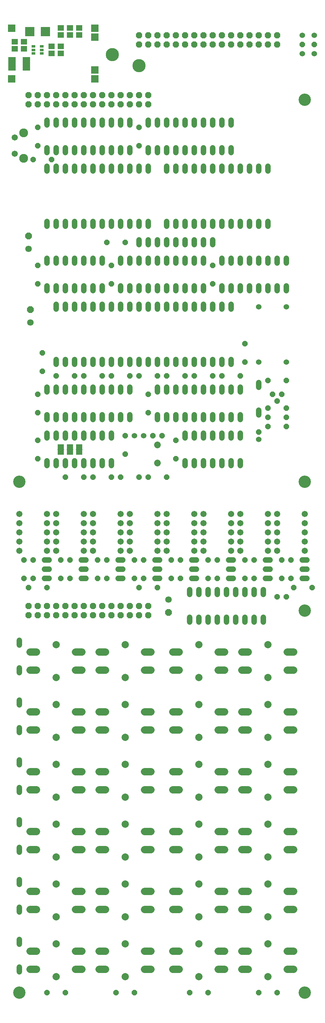
<source format=gbs>
G75*
%MOIN*%
%OFA0B0*%
%FSLAX25Y25*%
%IPPOS*%
%LPD*%
%AMOC8*
5,1,8,0,0,1.08239X$1,22.5*
%
%ADD10C,0.13398*%
%ADD11OC8,0.06000*%
%ADD12C,0.07296*%
%ADD13C,0.06000*%
%ADD14C,0.06000*%
%ADD15OC8,0.06800*%
%ADD16C,0.09658*%
%ADD17C,0.06737*%
%ADD18C,0.07850*%
%ADD19C,0.07900*%
%ADD20C,0.06706*%
%ADD21R,0.08400X0.08400*%
%ADD22R,0.04343X0.03162*%
%ADD23R,0.10249X0.10249*%
%ADD24R,0.07099X0.05918*%
%ADD25R,0.06706X0.05918*%
%ADD26R,0.07887X0.14973*%
%ADD27C,0.14300*%
%ADD28R,0.07100X0.05400*%
%ADD29R,0.07200X0.00600*%
%ADD30OC8,0.07100*%
%ADD31C,0.07100*%
D10*
X0026752Y0016500D03*
X0026752Y0571500D03*
X0336752Y0571500D03*
X0336752Y0431500D03*
X0336752Y0016500D03*
X0336752Y0986500D03*
D11*
X0334256Y1046500D03*
X0347248Y1046500D03*
X0271752Y0721500D03*
X0271752Y0701500D03*
X0266752Y0686500D03*
X0246752Y0686500D03*
X0236752Y0686500D03*
X0216752Y0686500D03*
X0206752Y0686500D03*
X0186752Y0686500D03*
X0176752Y0686500D03*
X0166752Y0666500D03*
X0166752Y0646500D03*
X0171752Y0621500D03*
X0181752Y0621500D03*
X0196752Y0616500D03*
X0196752Y0596500D03*
X0186752Y0576500D03*
X0166752Y0576500D03*
X0156752Y0576500D03*
X0141752Y0601500D03*
X0141752Y0621500D03*
X0136752Y0576500D03*
X0126752Y0576500D03*
X0106752Y0576500D03*
X0096752Y0576500D03*
X0076752Y0576500D03*
X0071752Y0486500D03*
X0071752Y0466500D03*
X0081752Y0466500D03*
X0081752Y0486500D03*
X0056752Y0456500D03*
X0041752Y0466500D03*
X0036752Y0456500D03*
X0031752Y0466500D03*
X0031752Y0486500D03*
X0041752Y0486500D03*
X0046752Y0596500D03*
X0046752Y0616500D03*
X0046752Y0646500D03*
X0046752Y0666500D03*
X0051752Y0691500D03*
X0051752Y0711500D03*
X0066752Y0686500D03*
X0086752Y0686500D03*
X0096752Y0686500D03*
X0116752Y0686500D03*
X0126752Y0686500D03*
X0146752Y0686500D03*
X0156752Y0686500D03*
X0126752Y0786500D03*
X0126752Y0806500D03*
X0121752Y0831500D03*
X0141752Y0831500D03*
X0156752Y0936500D03*
X0156752Y0956500D03*
X0236752Y0806500D03*
X0236752Y0786500D03*
X0286752Y0625500D03*
X0296752Y0631500D03*
X0296752Y0641500D03*
X0296752Y0651500D03*
X0301752Y0666500D03*
X0306752Y0659000D03*
X0311752Y0666500D03*
X0316752Y0651500D03*
X0316752Y0641500D03*
X0316752Y0631500D03*
X0316752Y0681500D03*
X0296752Y0681500D03*
X0281752Y0486500D03*
X0271752Y0486500D03*
X0271752Y0466500D03*
X0281752Y0466500D03*
X0306752Y0446500D03*
X0311752Y0466500D03*
X0311752Y0486500D03*
X0321752Y0486500D03*
X0321752Y0466500D03*
X0324752Y0456500D03*
X0316752Y0446500D03*
X0344752Y0456500D03*
X0241752Y0466500D03*
X0231752Y0466500D03*
X0231752Y0486500D03*
X0241752Y0486500D03*
X0201752Y0486500D03*
X0191752Y0486500D03*
X0191752Y0466500D03*
X0201752Y0466500D03*
X0176752Y0456500D03*
X0161752Y0466500D03*
X0156752Y0456500D03*
X0151752Y0466500D03*
X0151752Y0486500D03*
X0161752Y0486500D03*
X0121752Y0486500D03*
X0121752Y0466500D03*
X0111752Y0466500D03*
X0111752Y0486500D03*
X0046752Y0786500D03*
X0046752Y0806500D03*
X0041752Y0921500D03*
X0046752Y0936500D03*
X0046752Y0956500D03*
X0061752Y0921500D03*
X0056752Y0016500D03*
X0076752Y0016500D03*
X0131752Y0016500D03*
X0151752Y0016500D03*
X0211752Y0016500D03*
X0231752Y0016500D03*
X0286752Y0016500D03*
X0306752Y0016500D03*
D12*
X0176752Y0591657D03*
X0176752Y0611343D03*
D13*
X0161752Y0621500D03*
X0151752Y0621500D03*
X0286752Y0617500D03*
X0286752Y0701500D03*
X0286752Y0761500D03*
X0316752Y0761500D03*
X0316752Y0701500D03*
X0334256Y1036500D03*
X0334256Y1056500D03*
X0347248Y1056500D03*
X0347248Y1036500D03*
D14*
X0296752Y0914100D02*
X0296752Y0908900D01*
X0286752Y0908900D02*
X0286752Y0914100D01*
X0276752Y0914100D02*
X0276752Y0908900D01*
X0266752Y0908900D02*
X0266752Y0914100D01*
X0256752Y0914100D02*
X0256752Y0908900D01*
X0256752Y0928900D02*
X0256752Y0934100D01*
X0246752Y0934100D02*
X0246752Y0928900D01*
X0246752Y0914100D02*
X0246752Y0908900D01*
X0236752Y0908900D02*
X0236752Y0914100D01*
X0236752Y0928900D02*
X0236752Y0934100D01*
X0226752Y0934100D02*
X0226752Y0928900D01*
X0226752Y0914100D02*
X0226752Y0908900D01*
X0216752Y0908900D02*
X0216752Y0914100D01*
X0206752Y0914100D02*
X0206752Y0908900D01*
X0206752Y0928900D02*
X0206752Y0934100D01*
X0216752Y0934100D02*
X0216752Y0928900D01*
X0216752Y0958900D02*
X0216752Y0964100D01*
X0206752Y0964100D02*
X0206752Y0958900D01*
X0196752Y0958900D02*
X0196752Y0964100D01*
X0186752Y0964100D02*
X0186752Y0958900D01*
X0176752Y0958900D02*
X0176752Y0964100D01*
X0166752Y0964100D02*
X0166752Y0958900D01*
X0166752Y0934100D02*
X0166752Y0928900D01*
X0176752Y0928900D02*
X0176752Y0934100D01*
X0166752Y0914100D02*
X0166752Y0908900D01*
X0156752Y0908900D02*
X0156752Y0914100D01*
X0146752Y0914100D02*
X0146752Y0908900D01*
X0146752Y0928900D02*
X0146752Y0934100D01*
X0136752Y0934100D02*
X0136752Y0928900D01*
X0126752Y0928900D02*
X0126752Y0934100D01*
X0126752Y0914100D02*
X0126752Y0908900D01*
X0136752Y0908900D02*
X0136752Y0914100D01*
X0116752Y0914100D02*
X0116752Y0908900D01*
X0116752Y0928900D02*
X0116752Y0934100D01*
X0106752Y0934100D02*
X0106752Y0928900D01*
X0106752Y0914100D02*
X0106752Y0908900D01*
X0096752Y0908900D02*
X0096752Y0914100D01*
X0096752Y0928900D02*
X0096752Y0934100D01*
X0086752Y0934100D02*
X0086752Y0928900D01*
X0076752Y0928900D02*
X0076752Y0934100D01*
X0076752Y0914100D02*
X0076752Y0908900D01*
X0086752Y0908900D02*
X0086752Y0914100D01*
X0066752Y0914100D02*
X0066752Y0908900D01*
X0066752Y0928900D02*
X0066752Y0934100D01*
X0056752Y0934100D02*
X0056752Y0928900D01*
X0056752Y0914100D02*
X0056752Y0908900D01*
X0056752Y0958900D02*
X0056752Y0964100D01*
X0066752Y0964100D02*
X0066752Y0958900D01*
X0076752Y0958900D02*
X0076752Y0964100D01*
X0086752Y0964100D02*
X0086752Y0958900D01*
X0096752Y0958900D02*
X0096752Y0964100D01*
X0106752Y0964100D02*
X0106752Y0958900D01*
X0116752Y0958900D02*
X0116752Y0964100D01*
X0126752Y0964100D02*
X0126752Y0958900D01*
X0136752Y0958900D02*
X0136752Y0964100D01*
X0146752Y0964100D02*
X0146752Y0958900D01*
X0146752Y0854100D02*
X0146752Y0848900D01*
X0136752Y0848900D02*
X0136752Y0854100D01*
X0126752Y0854100D02*
X0126752Y0848900D01*
X0116752Y0848900D02*
X0116752Y0854100D01*
X0106752Y0854100D02*
X0106752Y0848900D01*
X0096752Y0848900D02*
X0096752Y0854100D01*
X0086752Y0854100D02*
X0086752Y0848900D01*
X0076752Y0848900D02*
X0076752Y0854100D01*
X0066752Y0854100D02*
X0066752Y0848900D01*
X0056752Y0848900D02*
X0056752Y0854100D01*
X0056752Y0814100D02*
X0056752Y0808900D01*
X0056752Y0784100D02*
X0056752Y0778900D01*
X0066752Y0778900D02*
X0066752Y0784100D01*
X0066752Y0764100D02*
X0066752Y0758900D01*
X0076752Y0758900D02*
X0076752Y0764100D01*
X0076752Y0778900D02*
X0076752Y0784100D01*
X0086752Y0784100D02*
X0086752Y0778900D01*
X0086752Y0764100D02*
X0086752Y0758900D01*
X0096752Y0758900D02*
X0096752Y0764100D01*
X0096752Y0778900D02*
X0096752Y0784100D01*
X0096752Y0808900D02*
X0096752Y0814100D01*
X0086752Y0814100D02*
X0086752Y0808900D01*
X0076752Y0808900D02*
X0076752Y0814100D01*
X0066752Y0814100D02*
X0066752Y0808900D01*
X0066752Y0704100D02*
X0066752Y0698900D01*
X0066752Y0674100D02*
X0066752Y0668900D01*
X0066752Y0644100D02*
X0066752Y0638900D01*
X0066752Y0624100D02*
X0066752Y0618900D01*
X0056752Y0618900D02*
X0056752Y0624100D01*
X0056752Y0638900D02*
X0056752Y0644100D01*
X0056752Y0668900D02*
X0056752Y0674100D01*
X0076752Y0674100D02*
X0076752Y0668900D01*
X0086752Y0668900D02*
X0086752Y0674100D01*
X0086752Y0698900D02*
X0086752Y0704100D01*
X0076752Y0704100D02*
X0076752Y0698900D01*
X0096752Y0698900D02*
X0096752Y0704100D01*
X0096752Y0674100D02*
X0096752Y0668900D01*
X0096752Y0644100D02*
X0096752Y0638900D01*
X0096752Y0624100D02*
X0096752Y0618900D01*
X0086752Y0618900D02*
X0086752Y0624100D01*
X0076752Y0624100D02*
X0076752Y0618900D01*
X0076752Y0638900D02*
X0076752Y0644100D01*
X0086752Y0644100D02*
X0086752Y0638900D01*
X0086752Y0594100D02*
X0086752Y0588900D01*
X0076752Y0588900D02*
X0076752Y0594100D01*
X0066752Y0594100D02*
X0066752Y0588900D01*
X0056752Y0588900D02*
X0056752Y0594100D01*
X0054152Y0486500D02*
X0059352Y0486500D01*
X0059352Y0476500D02*
X0054152Y0476500D01*
X0054152Y0466500D02*
X0059352Y0466500D01*
X0026752Y0399100D02*
X0026752Y0393900D01*
X0026752Y0369100D02*
X0026752Y0363900D01*
X0026752Y0334100D02*
X0026752Y0328900D01*
X0026752Y0304100D02*
X0026752Y0298900D01*
X0026752Y0269100D02*
X0026752Y0263900D01*
X0026752Y0239100D02*
X0026752Y0233900D01*
X0026752Y0204100D02*
X0026752Y0198900D01*
X0026752Y0174100D02*
X0026752Y0168900D01*
X0026752Y0139100D02*
X0026752Y0133900D01*
X0026752Y0109100D02*
X0026752Y0103900D01*
X0026752Y0074100D02*
X0026752Y0068900D01*
X0026752Y0044100D02*
X0026752Y0038900D01*
X0094152Y0466500D02*
X0099352Y0466500D01*
X0099352Y0476500D02*
X0094152Y0476500D01*
X0094152Y0486500D02*
X0099352Y0486500D01*
X0096752Y0588900D02*
X0096752Y0594100D01*
X0106752Y0594100D02*
X0106752Y0588900D01*
X0116752Y0588900D02*
X0116752Y0594100D01*
X0126752Y0594100D02*
X0126752Y0588900D01*
X0126752Y0618900D02*
X0126752Y0624100D01*
X0126752Y0638900D02*
X0126752Y0644100D01*
X0136752Y0644100D02*
X0136752Y0638900D01*
X0136752Y0668900D02*
X0136752Y0674100D01*
X0126752Y0674100D02*
X0126752Y0668900D01*
X0116752Y0668900D02*
X0116752Y0674100D01*
X0116752Y0698900D02*
X0116752Y0704100D01*
X0106752Y0704100D02*
X0106752Y0698900D01*
X0106752Y0674100D02*
X0106752Y0668900D01*
X0106752Y0644100D02*
X0106752Y0638900D01*
X0106752Y0624100D02*
X0106752Y0618900D01*
X0116752Y0618900D02*
X0116752Y0624100D01*
X0116752Y0638900D02*
X0116752Y0644100D01*
X0126752Y0698900D02*
X0126752Y0704100D01*
X0136752Y0704100D02*
X0136752Y0698900D01*
X0146752Y0698900D02*
X0146752Y0704100D01*
X0146752Y0674100D02*
X0146752Y0668900D01*
X0146752Y0644100D02*
X0146752Y0638900D01*
X0156752Y0698900D02*
X0156752Y0704100D01*
X0166752Y0704100D02*
X0166752Y0698900D01*
X0176752Y0698900D02*
X0176752Y0704100D01*
X0176752Y0674100D02*
X0176752Y0668900D01*
X0176752Y0644100D02*
X0176752Y0638900D01*
X0186752Y0638900D02*
X0186752Y0644100D01*
X0186752Y0668900D02*
X0186752Y0674100D01*
X0186752Y0698900D02*
X0186752Y0704100D01*
X0196752Y0704100D02*
X0196752Y0698900D01*
X0196752Y0674100D02*
X0196752Y0668900D01*
X0196752Y0644100D02*
X0196752Y0638900D01*
X0206752Y0638900D02*
X0206752Y0644100D01*
X0216752Y0644100D02*
X0216752Y0638900D01*
X0216752Y0624100D02*
X0216752Y0618900D01*
X0206752Y0618900D02*
X0206752Y0624100D01*
X0206752Y0594100D02*
X0206752Y0588900D01*
X0216752Y0588900D02*
X0216752Y0594100D01*
X0226752Y0594100D02*
X0226752Y0588900D01*
X0236752Y0588900D02*
X0236752Y0594100D01*
X0246752Y0594100D02*
X0246752Y0588900D01*
X0256752Y0588900D02*
X0256752Y0594100D01*
X0266752Y0594100D02*
X0266752Y0588900D01*
X0266752Y0618900D02*
X0266752Y0624100D01*
X0256752Y0624100D02*
X0256752Y0618900D01*
X0256752Y0638900D02*
X0256752Y0644100D01*
X0266752Y0644100D02*
X0266752Y0638900D01*
X0266752Y0668900D02*
X0266752Y0674100D01*
X0256752Y0674100D02*
X0256752Y0668900D01*
X0246752Y0668900D02*
X0246752Y0674100D01*
X0246752Y0698900D02*
X0246752Y0704100D01*
X0236752Y0704100D02*
X0236752Y0698900D01*
X0236752Y0674100D02*
X0236752Y0668900D01*
X0236752Y0644100D02*
X0236752Y0638900D01*
X0236752Y0624100D02*
X0236752Y0618900D01*
X0226752Y0618900D02*
X0226752Y0624100D01*
X0226752Y0638900D02*
X0226752Y0644100D01*
X0226752Y0668900D02*
X0226752Y0674100D01*
X0226752Y0698900D02*
X0226752Y0704100D01*
X0216752Y0704100D02*
X0216752Y0698900D01*
X0206752Y0698900D02*
X0206752Y0704100D01*
X0206752Y0674100D02*
X0206752Y0668900D01*
X0216752Y0668900D02*
X0216752Y0674100D01*
X0216752Y0758900D02*
X0216752Y0764100D01*
X0216752Y0778900D02*
X0216752Y0784100D01*
X0206752Y0784100D02*
X0206752Y0778900D01*
X0206752Y0764100D02*
X0206752Y0758900D01*
X0196752Y0758900D02*
X0196752Y0764100D01*
X0196752Y0778900D02*
X0196752Y0784100D01*
X0196752Y0808900D02*
X0196752Y0814100D01*
X0196752Y0828900D02*
X0196752Y0834100D01*
X0196752Y0848900D02*
X0196752Y0854100D01*
X0186752Y0854100D02*
X0186752Y0848900D01*
X0186752Y0834100D02*
X0186752Y0828900D01*
X0186752Y0814100D02*
X0186752Y0808900D01*
X0186752Y0784100D02*
X0186752Y0778900D01*
X0186752Y0764100D02*
X0186752Y0758900D01*
X0176752Y0758900D02*
X0176752Y0764100D01*
X0176752Y0778900D02*
X0176752Y0784100D01*
X0166752Y0784100D02*
X0166752Y0778900D01*
X0166752Y0764100D02*
X0166752Y0758900D01*
X0156752Y0758900D02*
X0156752Y0764100D01*
X0156752Y0778900D02*
X0156752Y0784100D01*
X0156752Y0808900D02*
X0156752Y0814100D01*
X0156752Y0828900D02*
X0156752Y0834100D01*
X0156752Y0848900D02*
X0156752Y0854100D01*
X0166752Y0854100D02*
X0166752Y0848900D01*
X0166752Y0834100D02*
X0166752Y0828900D01*
X0176752Y0828900D02*
X0176752Y0834100D01*
X0176752Y0814100D02*
X0176752Y0808900D01*
X0166752Y0808900D02*
X0166752Y0814100D01*
X0146752Y0814100D02*
X0146752Y0808900D01*
X0146752Y0784100D02*
X0146752Y0778900D01*
X0146752Y0764100D02*
X0146752Y0758900D01*
X0136752Y0758900D02*
X0136752Y0764100D01*
X0136752Y0778900D02*
X0136752Y0784100D01*
X0126752Y0764100D02*
X0126752Y0758900D01*
X0116752Y0758900D02*
X0116752Y0764100D01*
X0116752Y0778900D02*
X0116752Y0784100D01*
X0116752Y0808900D02*
X0116752Y0814100D01*
X0106752Y0814100D02*
X0106752Y0808900D01*
X0106752Y0784100D02*
X0106752Y0778900D01*
X0106752Y0764100D02*
X0106752Y0758900D01*
X0136752Y0808900D02*
X0136752Y0814100D01*
X0186752Y0908900D02*
X0186752Y0914100D01*
X0186752Y0928900D02*
X0186752Y0934100D01*
X0196752Y0934100D02*
X0196752Y0928900D01*
X0196752Y0914100D02*
X0196752Y0908900D01*
X0206752Y0854100D02*
X0206752Y0848900D01*
X0216752Y0848900D02*
X0216752Y0854100D01*
X0216752Y0834100D02*
X0216752Y0828900D01*
X0206752Y0828900D02*
X0206752Y0834100D01*
X0206752Y0814100D02*
X0206752Y0808900D01*
X0216752Y0808900D02*
X0216752Y0814100D01*
X0226752Y0814100D02*
X0226752Y0808900D01*
X0226752Y0828900D02*
X0226752Y0834100D01*
X0226752Y0848900D02*
X0226752Y0854100D01*
X0236752Y0854100D02*
X0236752Y0848900D01*
X0236752Y0834100D02*
X0236752Y0828900D01*
X0246752Y0814100D02*
X0246752Y0808900D01*
X0246752Y0784100D02*
X0246752Y0778900D01*
X0246752Y0764100D02*
X0246752Y0758900D01*
X0236752Y0758900D02*
X0236752Y0764100D01*
X0226752Y0764100D02*
X0226752Y0758900D01*
X0226752Y0778900D02*
X0226752Y0784100D01*
X0246752Y0848900D02*
X0246752Y0854100D01*
X0256752Y0854100D02*
X0256752Y0848900D01*
X0266752Y0848900D02*
X0266752Y0854100D01*
X0276752Y0854100D02*
X0276752Y0848900D01*
X0286752Y0848900D02*
X0286752Y0854100D01*
X0296752Y0854100D02*
X0296752Y0848900D01*
X0296752Y0814100D02*
X0296752Y0808900D01*
X0306752Y0808900D02*
X0306752Y0814100D01*
X0306752Y0784100D02*
X0306752Y0778900D01*
X0296752Y0778900D02*
X0296752Y0784100D01*
X0286752Y0784100D02*
X0286752Y0778900D01*
X0276752Y0778900D02*
X0276752Y0784100D01*
X0276752Y0808900D02*
X0276752Y0814100D01*
X0266752Y0814100D02*
X0266752Y0808900D01*
X0256752Y0808900D02*
X0256752Y0814100D01*
X0256752Y0784100D02*
X0256752Y0778900D01*
X0256752Y0764100D02*
X0256752Y0758900D01*
X0266752Y0778900D02*
X0266752Y0784100D01*
X0286752Y0808900D02*
X0286752Y0814100D01*
X0316752Y0814100D02*
X0316752Y0808900D01*
X0316752Y0784100D02*
X0316752Y0778900D01*
X0286752Y0679100D02*
X0286752Y0673900D01*
X0286752Y0649100D02*
X0286752Y0643900D01*
X0256752Y0698900D02*
X0256752Y0704100D01*
X0246752Y0644100D02*
X0246752Y0638900D01*
X0246752Y0624100D02*
X0246752Y0618900D01*
X0254152Y0486500D02*
X0259352Y0486500D01*
X0259352Y0476500D02*
X0254152Y0476500D01*
X0254152Y0466500D02*
X0259352Y0466500D01*
X0261752Y0454100D02*
X0261752Y0448900D01*
X0261752Y0424100D02*
X0261752Y0418900D01*
X0251752Y0418900D02*
X0251752Y0424100D01*
X0251752Y0448900D02*
X0251752Y0454100D01*
X0241752Y0454100D02*
X0241752Y0448900D01*
X0231752Y0448900D02*
X0231752Y0454100D01*
X0221752Y0454100D02*
X0221752Y0448900D01*
X0219352Y0466500D02*
X0214152Y0466500D01*
X0214152Y0476500D02*
X0219352Y0476500D01*
X0219352Y0486500D02*
X0214152Y0486500D01*
X0211752Y0454100D02*
X0211752Y0448900D01*
X0211752Y0424100D02*
X0211752Y0418900D01*
X0221752Y0418900D02*
X0221752Y0424100D01*
X0231752Y0424100D02*
X0231752Y0418900D01*
X0241752Y0418900D02*
X0241752Y0424100D01*
X0271752Y0424100D02*
X0271752Y0418900D01*
X0281752Y0418900D02*
X0281752Y0424100D01*
X0281752Y0448900D02*
X0281752Y0454100D01*
X0271752Y0454100D02*
X0271752Y0448900D01*
X0291752Y0448900D02*
X0291752Y0454100D01*
X0294152Y0466500D02*
X0299352Y0466500D01*
X0299352Y0476500D02*
X0294152Y0476500D01*
X0294152Y0486500D02*
X0299352Y0486500D01*
X0291752Y0424100D02*
X0291752Y0418900D01*
X0334152Y0466500D02*
X0339352Y0466500D01*
X0339352Y0476500D02*
X0334152Y0476500D01*
X0334152Y0486500D02*
X0339352Y0486500D01*
X0256752Y0958900D02*
X0256752Y0964100D01*
X0246752Y0964100D02*
X0246752Y0958900D01*
X0236752Y0958900D02*
X0236752Y0964100D01*
X0226752Y0964100D02*
X0226752Y0958900D01*
X0179352Y0486500D02*
X0174152Y0486500D01*
X0174152Y0476500D02*
X0179352Y0476500D01*
X0179352Y0466500D02*
X0174152Y0466500D01*
X0139352Y0466500D02*
X0134152Y0466500D01*
X0134152Y0476500D02*
X0139352Y0476500D01*
X0139352Y0486500D02*
X0134152Y0486500D01*
D15*
X0136752Y0436500D03*
X0136752Y0426500D03*
X0126752Y0426500D03*
X0126752Y0436500D03*
X0116752Y0436500D03*
X0116752Y0426500D03*
X0106752Y0426500D03*
X0106752Y0436500D03*
X0096752Y0436500D03*
X0096752Y0426500D03*
X0086752Y0426500D03*
X0086752Y0436500D03*
X0076752Y0436500D03*
X0076752Y0426500D03*
X0066752Y0426500D03*
X0066752Y0436500D03*
X0056752Y0436500D03*
X0056752Y0426500D03*
X0046752Y0426500D03*
X0046752Y0436500D03*
X0036752Y0436500D03*
X0036752Y0426500D03*
X0146752Y0426500D03*
X0146752Y0436500D03*
X0156752Y0436500D03*
X0156752Y0426500D03*
X0166752Y0426500D03*
X0166752Y0436500D03*
X0166752Y0981500D03*
X0166752Y0991500D03*
X0156752Y0991500D03*
X0156752Y0981500D03*
X0146752Y0981500D03*
X0146752Y0991500D03*
X0136752Y0991500D03*
X0136752Y0981500D03*
X0126752Y0981500D03*
X0126752Y0991500D03*
X0116752Y0991500D03*
X0116752Y0981500D03*
X0106752Y0981500D03*
X0106752Y0991500D03*
X0096752Y0991500D03*
X0096752Y0981500D03*
X0086752Y0981500D03*
X0086752Y0991500D03*
X0076752Y0991500D03*
X0076752Y0981500D03*
X0066752Y0981500D03*
X0066752Y0991500D03*
X0056752Y0991500D03*
X0056752Y0981500D03*
X0046752Y0981500D03*
X0046752Y0991500D03*
X0036752Y0991500D03*
X0036752Y0981500D03*
X0156752Y1046500D03*
X0156752Y1056500D03*
X0166752Y1056500D03*
X0166752Y1046500D03*
X0176752Y1046500D03*
X0176752Y1056500D03*
X0186752Y1056500D03*
X0186752Y1046500D03*
X0196752Y1046500D03*
X0196752Y1056500D03*
X0206752Y1056500D03*
X0206752Y1046500D03*
X0216752Y1046500D03*
X0216752Y1056500D03*
X0226752Y1056500D03*
X0226752Y1046500D03*
X0236752Y1046500D03*
X0236752Y1056500D03*
X0246752Y1056500D03*
X0246752Y1046500D03*
X0256752Y1046500D03*
X0256752Y1056500D03*
X0266752Y1056500D03*
X0266752Y1046500D03*
X0276752Y1046500D03*
X0276752Y1056500D03*
X0286752Y1056500D03*
X0286752Y1046500D03*
X0296752Y1046500D03*
X0296752Y1056500D03*
X0306752Y1056500D03*
X0306752Y1046500D03*
D16*
X0031595Y0950280D03*
X0031595Y0922720D03*
D17*
X0021752Y0927642D03*
X0021752Y0945358D03*
D18*
X0038627Y0386300D02*
X0045677Y0386300D01*
X0045677Y0366700D02*
X0038627Y0366700D01*
X0038627Y0321300D02*
X0045677Y0321300D01*
X0045677Y0301700D02*
X0038627Y0301700D01*
X0038627Y0256300D02*
X0045677Y0256300D01*
X0045677Y0236700D02*
X0038627Y0236700D01*
X0038627Y0191300D02*
X0045677Y0191300D01*
X0045677Y0171700D02*
X0038627Y0171700D01*
X0038627Y0126300D02*
X0045677Y0126300D01*
X0045677Y0106700D02*
X0038627Y0106700D01*
X0038627Y0061300D02*
X0045677Y0061300D01*
X0045677Y0041700D02*
X0038627Y0041700D01*
X0087827Y0041700D02*
X0094877Y0041700D01*
X0094877Y0061300D02*
X0087827Y0061300D01*
X0087827Y0106700D02*
X0094877Y0106700D01*
X0094877Y0126300D02*
X0087827Y0126300D01*
X0087827Y0171700D02*
X0094877Y0171700D01*
X0094877Y0191300D02*
X0087827Y0191300D01*
X0087827Y0236700D02*
X0094877Y0236700D01*
X0094877Y0256300D02*
X0087827Y0256300D01*
X0087827Y0301700D02*
X0094877Y0301700D01*
X0094877Y0321300D02*
X0087827Y0321300D01*
X0087827Y0366700D02*
X0094877Y0366700D01*
X0094877Y0386300D02*
X0087827Y0386300D01*
X0113627Y0386300D02*
X0120677Y0386300D01*
X0120677Y0366700D02*
X0113627Y0366700D01*
X0113627Y0321300D02*
X0120677Y0321300D01*
X0120677Y0301700D02*
X0113627Y0301700D01*
X0113627Y0256300D02*
X0120677Y0256300D01*
X0120677Y0236700D02*
X0113627Y0236700D01*
X0113627Y0191300D02*
X0120677Y0191300D01*
X0120677Y0171700D02*
X0113627Y0171700D01*
X0113627Y0126300D02*
X0120677Y0126300D01*
X0120677Y0106700D02*
X0113627Y0106700D01*
X0113627Y0061300D02*
X0120677Y0061300D01*
X0120677Y0041700D02*
X0113627Y0041700D01*
X0162827Y0041700D02*
X0169877Y0041700D01*
X0169877Y0061300D02*
X0162827Y0061300D01*
X0162827Y0106700D02*
X0169877Y0106700D01*
X0169877Y0126300D02*
X0162827Y0126300D01*
X0162827Y0171700D02*
X0169877Y0171700D01*
X0169877Y0191300D02*
X0162827Y0191300D01*
X0162827Y0236700D02*
X0169877Y0236700D01*
X0169877Y0256300D02*
X0162827Y0256300D01*
X0162827Y0301700D02*
X0169877Y0301700D01*
X0169877Y0321300D02*
X0162827Y0321300D01*
X0162827Y0366700D02*
X0169877Y0366700D01*
X0169877Y0386300D02*
X0162827Y0386300D01*
X0193627Y0386300D02*
X0200677Y0386300D01*
X0200677Y0366700D02*
X0193627Y0366700D01*
X0193627Y0321300D02*
X0200677Y0321300D01*
X0200677Y0301700D02*
X0193627Y0301700D01*
X0193627Y0256300D02*
X0200677Y0256300D01*
X0200677Y0236700D02*
X0193627Y0236700D01*
X0193627Y0191300D02*
X0200677Y0191300D01*
X0200677Y0171700D02*
X0193627Y0171700D01*
X0193627Y0126300D02*
X0200677Y0126300D01*
X0200677Y0106700D02*
X0193627Y0106700D01*
X0193627Y0061300D02*
X0200677Y0061300D01*
X0200677Y0041700D02*
X0193627Y0041700D01*
X0242827Y0041700D02*
X0249877Y0041700D01*
X0249877Y0061300D02*
X0242827Y0061300D01*
X0242827Y0106700D02*
X0249877Y0106700D01*
X0249877Y0126300D02*
X0242827Y0126300D01*
X0242827Y0171700D02*
X0249877Y0171700D01*
X0249877Y0191300D02*
X0242827Y0191300D01*
X0242827Y0236700D02*
X0249877Y0236700D01*
X0249877Y0256300D02*
X0242827Y0256300D01*
X0242827Y0301700D02*
X0249877Y0301700D01*
X0249877Y0321300D02*
X0242827Y0321300D01*
X0242827Y0366700D02*
X0249877Y0366700D01*
X0249877Y0386300D02*
X0242827Y0386300D01*
X0268627Y0386300D02*
X0275677Y0386300D01*
X0275677Y0366700D02*
X0268627Y0366700D01*
X0268627Y0321300D02*
X0275677Y0321300D01*
X0275677Y0301700D02*
X0268627Y0301700D01*
X0268627Y0256300D02*
X0275677Y0256300D01*
X0275677Y0236700D02*
X0268627Y0236700D01*
X0268627Y0191300D02*
X0275677Y0191300D01*
X0275677Y0171700D02*
X0268627Y0171700D01*
X0268627Y0126300D02*
X0275677Y0126300D01*
X0275677Y0106700D02*
X0268627Y0106700D01*
X0268627Y0061300D02*
X0275677Y0061300D01*
X0275677Y0041700D02*
X0268627Y0041700D01*
X0317827Y0041700D02*
X0324877Y0041700D01*
X0324877Y0061300D02*
X0317827Y0061300D01*
X0317827Y0106700D02*
X0324877Y0106700D01*
X0324877Y0126300D02*
X0317827Y0126300D01*
X0317827Y0171700D02*
X0324877Y0171700D01*
X0324877Y0191300D02*
X0317827Y0191300D01*
X0317827Y0236700D02*
X0324877Y0236700D01*
X0324877Y0256300D02*
X0317827Y0256300D01*
X0317827Y0301700D02*
X0324877Y0301700D01*
X0324877Y0321300D02*
X0317827Y0321300D01*
X0317827Y0366700D02*
X0324877Y0366700D01*
X0324877Y0386300D02*
X0317827Y0386300D01*
D19*
X0296752Y0394200D03*
X0296752Y0358800D03*
X0296752Y0329200D03*
X0296752Y0293800D03*
X0296752Y0264200D03*
X0296752Y0228800D03*
X0296752Y0199200D03*
X0296752Y0163800D03*
X0296752Y0134200D03*
X0296752Y0098800D03*
X0296752Y0069200D03*
X0296752Y0033800D03*
X0221752Y0033800D03*
X0221752Y0069200D03*
X0221752Y0098800D03*
X0221752Y0134200D03*
X0221752Y0163800D03*
X0221752Y0199200D03*
X0221752Y0228800D03*
X0221752Y0264200D03*
X0221752Y0293800D03*
X0221752Y0329200D03*
X0221752Y0358800D03*
X0221752Y0394200D03*
X0141752Y0394200D03*
X0141752Y0358800D03*
X0141752Y0329200D03*
X0141752Y0293800D03*
X0141752Y0264200D03*
X0141752Y0228800D03*
X0141752Y0199200D03*
X0141752Y0163800D03*
X0141752Y0134200D03*
X0141752Y0098800D03*
X0141752Y0069200D03*
X0141752Y0033800D03*
X0066752Y0033800D03*
X0066752Y0069200D03*
X0066752Y0098800D03*
X0066752Y0134200D03*
X0066752Y0163800D03*
X0066752Y0199200D03*
X0066752Y0228800D03*
X0066752Y0264200D03*
X0066752Y0293800D03*
X0066752Y0329200D03*
X0066752Y0358800D03*
X0066752Y0394200D03*
D20*
X0066752Y0496500D03*
X0066752Y0506500D03*
X0066752Y0516500D03*
X0066752Y0526500D03*
X0066752Y0536500D03*
X0056752Y0536500D03*
X0056752Y0526500D03*
X0056752Y0516500D03*
X0056752Y0506500D03*
X0056752Y0496500D03*
X0026752Y0496500D03*
X0026752Y0506500D03*
X0026752Y0516500D03*
X0026752Y0526500D03*
X0026752Y0536500D03*
X0096752Y0536500D03*
X0096752Y0526500D03*
X0096752Y0516500D03*
X0096752Y0506500D03*
X0096752Y0496500D03*
X0106752Y0496500D03*
X0106752Y0506500D03*
X0106752Y0516500D03*
X0106752Y0526500D03*
X0106752Y0536500D03*
X0136752Y0536500D03*
X0136752Y0526500D03*
X0136752Y0516500D03*
X0136752Y0506500D03*
X0136752Y0496500D03*
X0146752Y0496500D03*
X0146752Y0506500D03*
X0146752Y0516500D03*
X0146752Y0526500D03*
X0146752Y0536500D03*
X0176752Y0536500D03*
X0176752Y0526500D03*
X0176752Y0516500D03*
X0176752Y0506500D03*
X0176752Y0496500D03*
X0186752Y0496500D03*
X0186752Y0506500D03*
X0186752Y0516500D03*
X0186752Y0526500D03*
X0186752Y0536500D03*
X0216752Y0536500D03*
X0216752Y0526500D03*
X0216752Y0516500D03*
X0216752Y0506500D03*
X0216752Y0496500D03*
X0226752Y0496500D03*
X0226752Y0506500D03*
X0226752Y0516500D03*
X0226752Y0526500D03*
X0226752Y0536500D03*
X0256752Y0536500D03*
X0256752Y0526500D03*
X0256752Y0516500D03*
X0256752Y0506500D03*
X0256752Y0496500D03*
X0266752Y0496500D03*
X0266752Y0506500D03*
X0266752Y0516500D03*
X0266752Y0526500D03*
X0266752Y0536500D03*
X0296752Y0536500D03*
X0296752Y0526500D03*
X0296752Y0516500D03*
X0296752Y0506500D03*
X0296752Y0496500D03*
X0306752Y0496500D03*
X0306752Y0506500D03*
X0306752Y0516500D03*
X0306752Y0526500D03*
X0306752Y0536500D03*
X0336752Y0536500D03*
X0336752Y0526500D03*
X0336752Y0516500D03*
X0336752Y0506500D03*
X0336752Y0496500D03*
D21*
X0109075Y1008941D03*
X0109075Y1018783D03*
X0109075Y1054217D03*
X0109075Y1064059D03*
X0018524Y1064059D03*
X0018524Y1008941D03*
D22*
X0042225Y1036760D03*
X0042225Y1040500D03*
X0042225Y1044240D03*
X0051280Y1044240D03*
X0051280Y1040500D03*
X0051280Y1036760D03*
D23*
X0055414Y1060500D03*
X0038091Y1060500D03*
D24*
X0031752Y1049437D03*
X0031752Y1041563D03*
X0021752Y1041563D03*
X0021752Y1049437D03*
X0081752Y1056563D03*
X0081752Y1064437D03*
X0091752Y1064437D03*
X0091752Y1056563D03*
D25*
X0071752Y1056760D03*
X0071752Y1064240D03*
X0071752Y1044240D03*
X0071752Y1036760D03*
X0061752Y1036760D03*
X0061752Y1044240D03*
D26*
X0034626Y1025500D03*
X0018878Y1025500D03*
D27*
X0127752Y1035500D03*
X0156752Y1023500D03*
D28*
X0091752Y0609500D03*
X0091752Y0603500D03*
X0081752Y0603500D03*
X0081752Y0609500D03*
X0071752Y0609500D03*
X0071752Y0603500D03*
D29*
X0071752Y0606500D03*
X0081752Y0606500D03*
X0091752Y0606500D03*
D30*
X0038752Y0758500D03*
X0036752Y0838500D03*
X0188752Y0429500D03*
D31*
X0188752Y0443500D03*
X0038752Y0744500D03*
X0036752Y0824500D03*
M02*

</source>
